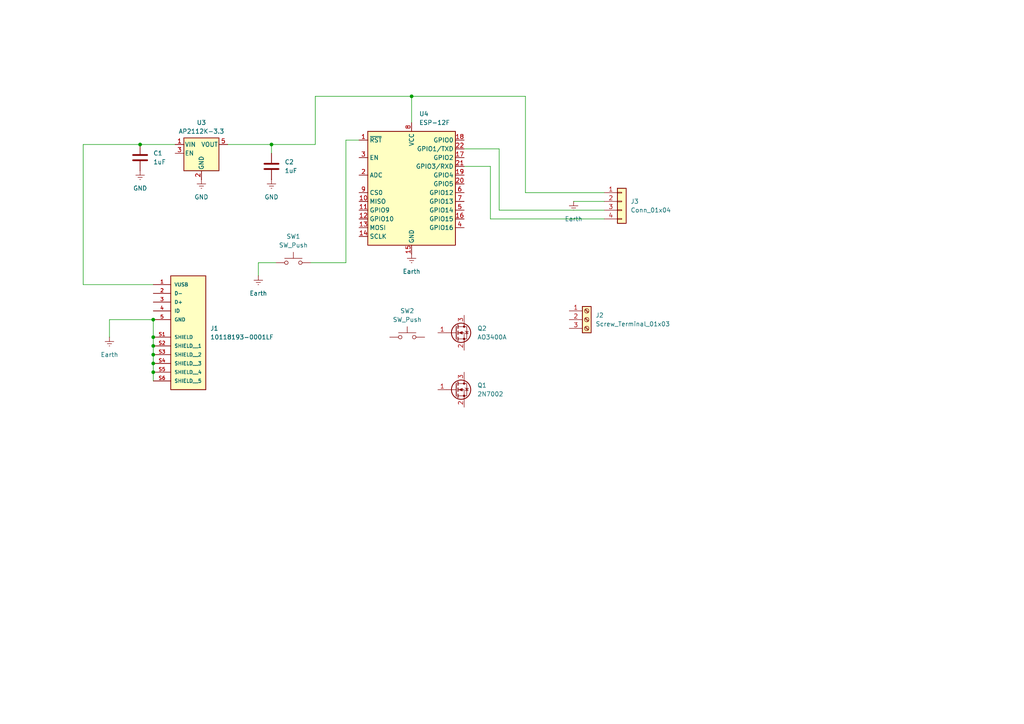
<source format=kicad_sch>
(kicad_sch (version 20231120) (generator "eeschema") (generator_version "8.0")
  (paper "A4")
  (lib_symbols
    (symbol "Connector:Screw_Terminal_01x03" (pin_names (offset 1.016) hide)
      (property "Reference" "J" (at 0 5.08 0))
      (property "Value" "Screw_Terminal_01x03" (at 0 -5.08 0))
      (symbol "Screw_Terminal_01x03_1_1"
        (rectangle (start -1.27 3.81) (end 1.27 -3.81) (stroke (width 0.254)) (fill (type background)))
        (circle (center 0 -2.54) (radius 0.635) (stroke (width 0.1524)))
        (polyline (pts (xy -0.5334 -2.2098) (xy 0.3302 -3.048)) (stroke (width 0.1524)))
        (polyline (pts (xy -0.5334 0.3302) (xy 0.3302 -0.508)) (stroke (width 0.1524)))
        (polyline (pts (xy -0.5334 2.8702) (xy 0.3302 2.032)) (stroke (width 0.1524)))
        (polyline (pts (xy -0.3556 -2.032) (xy 0.508 -2.8702)) (stroke (width 0.1524)))
        (polyline (pts (xy -0.3556 0.508) (xy 0.508 -0.3302)) (stroke (width 0.1524)))
        (polyline (pts (xy -0.3556 3.048) (xy 0.508 2.2098)) (stroke (width 0.1524)))
        (circle (center 0 0) (radius 0.635) (stroke (width 0.1524)))
        (circle (center 0 2.54) (radius 0.635) (stroke (width 0.1524)))
        (pin passive line (at -5.08 2.54 0) (length 3.81) (name "Pin_1") (number "1"))
        (pin passive line (at -5.08 0 0) (length 3.81) (name "Pin_2") (number "2"))
        (pin passive line (at -5.08 -2.54 0) (length 3.81) (name "Pin_3") (number "3"))
      )
    )
    (symbol "Connector_Generic:Conn_01x04" (pin_names (offset 1.016) hide)
      (property "Reference" "J" (at 0 5.08 0))
      (property "Value" "Conn_01x04" (at 0 -7.62 0))
      (symbol "Conn_01x04_1_1"
        (rectangle (start -1.27 -4.953) (end 0 -5.207) (stroke (width 0.1524)))
        (rectangle (start -1.27 -2.413) (end 0 -2.667) (stroke (width 0.1524)))
        (rectangle (start -1.27 0.127) (end 0 -0.127) (stroke (width 0.1524)))
        (rectangle (start -1.27 2.667) (end 0 2.413) (stroke (width 0.1524)))
        (rectangle (start -1.27 3.81) (end 1.27 -6.35) (stroke (width 0.254)) (fill (type background)))
        (pin passive line (at -5.08 2.54 0) (length 3.81) (name "Pin_1") (number "1"))
        (pin passive line (at -5.08 0 0) (length 3.81) (name "Pin_2") (number "2"))
        (pin passive line (at -5.08 -2.54 0) (length 3.81) (name "Pin_3") (number "3"))
        (pin passive line (at -5.08 -5.08 0) (length 3.81) (name "Pin_4") (number "4"))
      )
    )
    (symbol "Device:C" (pin_numbers hide) (pin_names (offset 0.254))
      (property "Reference" "C" (at 0.635 2.54 0))
      (property "Value" "C" (at 0.635 -2.54 0))
      (symbol "C_0_1"
        (polyline (pts (xy -2.032 -0.762) (xy 2.032 -0.762)) (stroke (width 0.508)))
        (polyline (pts (xy -2.032 0.762) (xy 2.032 0.762)) (stroke (width 0.508)))
      )
      (symbol "C_1_1"
        (pin passive line (at 0 3.81 270) (length 2.794) (name "~") (number "1"))
        (pin passive line (at 0 -3.81 90) (length 2.794) (name "~") (number "2"))
      )
    )
    (symbol "RF_Module:ESP-12F"
      (property "Reference" "U" (at -12.7 19.05 0))
      (property "Value" "ESP-12F" (at 12.7 19.05 0))
      (symbol "ESP-12F_0_1"
        (rectangle (start -12.7 17.78) (end 12.7 -15.24) (stroke (width 0.254)) (fill (type background)))
      )
      (symbol "ESP-12F_1_1"
        (pin input line (at -15.24 15.24 0) (length 2.54) (name "~{RST}") (number "1"))
        (pin bidirectional line (at -15.24 -2.54 0) (length 2.54) (name "MISO") (number "10"))
        (pin bidirectional line (at -15.24 -5.08 0) (length 2.54) (name "GPIO9") (number "11"))
        (pin bidirectional line (at -15.24 -7.62 0) (length 2.54) (name "GPIO10") (number "12"))
        (pin bidirectional line (at -15.24 -10.16 0) (length 2.54) (name "MOSI") (number "13"))
        (pin bidirectional line (at -15.24 -12.7 0) (length 2.54) (name "SCLK") (number "14"))
        (pin power_in line (at 0 -17.78 90) (length 2.54) (name "GND") (number "15"))
        (pin bidirectional line (at 15.24 -7.62 180) (length 2.54) (name "GPIO15") (number "16"))
        (pin bidirectional line (at 15.24 10.16 180) (length 2.54) (name "GPIO2") (number "17"))
        (pin bidirectional line (at 15.24 15.24 180) (length 2.54) (name "GPIO0") (number "18"))
        (pin bidirectional line (at 15.24 5.08 180) (length 2.54) (name "GPIO4") (number "19"))
        (pin input line (at -15.24 5.08 0) (length 2.54) (name "ADC") (number "2"))
        (pin bidirectional line (at 15.24 2.54 180) (length 2.54) (name "GPIO5") (number "20"))
        (pin bidirectional line (at 15.24 7.62 180) (length 2.54) (name "GPIO3/RXD") (number "21"))
        (pin bidirectional line (at 15.24 12.7 180) (length 2.54) (name "GPIO1/TXD") (number "22"))
        (pin input line (at -15.24 10.16 0) (length 2.54) (name "EN") (number "3"))
        (pin bidirectional line (at 15.24 -10.16 180) (length 2.54) (name "GPIO16") (number "4"))
        (pin bidirectional line (at 15.24 -5.08 180) (length 2.54) (name "GPIO14") (number "5"))
        (pin bidirectional line (at 15.24 0 180) (length 2.54) (name "GPIO12") (number "6"))
        (pin bidirectional line (at 15.24 -2.54 180) (length 2.54) (name "GPIO13") (number "7"))
        (pin power_in line (at 0 20.32 270) (length 2.54) (name "VCC") (number "8"))
        (pin input line (at -15.24 0 0) (length 2.54) (name "CS0") (number "9"))
      )
    )
    (symbol "Regulator_Linear:AP2112K-3.3" (pin_names (offset 0.254))
      (property "Reference" "U" (at -5.08 5.715 0))
      (property "Value" "AP2112K-3.3" (at 0 5.715 0))
      (symbol "AP2112K-3.3_0_1"
        (rectangle (start -5.08 4.445) (end 5.08 -5.08) (stroke (width 0.254)) (fill (type background)))
      )
      (symbol "AP2112K-3.3_1_1"
        (pin power_in line (at -7.62 2.54 0) (length 2.54) (name "VIN") (number "1"))
        (pin power_in line (at 0 -7.62 90) (length 2.54) (name "GND") (number "2"))
        (pin input line (at -7.62 0 0) (length 2.54) (name "EN") (number "3"))
        (pin no_connect line (at 5.08 0 180) (length 2.54) hide (name "NC") (number "4"))
        (pin power_out line (at 7.62 2.54 180) (length 2.54) (name "VOUT") (number "5"))
      )
    )
    (symbol "Switch:SW_Push" (pin_numbers hide) (pin_names (offset 1.016) hide)
      (property "Reference" "SW" (at 1.27 2.54 0))
      (property "Value" "SW_Push" (at 0 -1.524 0))
      (symbol "SW_Push_0_1"
        (circle (center -2.032 0) (radius 0.508))
        (polyline (pts (xy 0 1.27) (xy 0 3.048)))
        (polyline (pts (xy 2.54 1.27) (xy -2.54 1.27)))
        (circle (center 2.032 0) (radius 0.508))
        (pin passive line (at -5.08 0 0) (length 2.54) (name "1") (number "1"))
        (pin passive line (at 5.08 0 180) (length 2.54) (name "2") (number "2"))
      )
    )
    (symbol "Transistor_FET:2N7002" (pin_names hide)
      (property "Reference" "Q" (at 5.08 1.905 0))
      (property "Value" "2N7002" (at 5.08 0 0))
      (symbol "2N7002_0_1"
        (polyline (pts (xy 0.254 0) (xy -2.54 0)))
        (polyline (pts (xy 0.254 1.905) (xy 0.254 -1.905)) (stroke (width 0.254)))
        (polyline (pts (xy 0.762 -1.27) (xy 0.762 -2.286)) (stroke (width 0.254)))
        (polyline (pts (xy 0.762 0.508) (xy 0.762 -0.508)) (stroke (width 0.254)))
        (polyline (pts (xy 0.762 2.286) (xy 0.762 1.27)) (stroke (width 0.254)))
        (polyline (pts (xy 2.54 2.54) (xy 2.54 1.778)))
        (polyline (pts (xy 2.54 -2.54) (xy 2.54 0) (xy 0.762 0)))
        (polyline (pts (xy 0.762 -1.778) (xy 3.302 -1.778) (xy 3.302 1.778) (xy 0.762 1.778)))
        (polyline (pts (xy 1.016 0) (xy 2.032 0.381) (xy 2.032 -0.381) (xy 1.016 0)) (fill (type outline)))
        (polyline (pts (xy 2.794 0.508) (xy 2.921 0.381) (xy 3.683 0.381) (xy 3.81 0.254)))
        (polyline (pts (xy 3.302 0.381) (xy 2.921 -0.254) (xy 3.683 -0.254) (xy 3.302 0.381)))
        (circle (center 1.651 0) (radius 2.794) (stroke (width 0.254)))
        (circle (center 2.54 -1.778) (radius 0.254) (fill (type outline)))
        (circle (center 2.54 1.778) (radius 0.254) (fill (type outline)))
      )
      (symbol "2N7002_1_1"
        (pin input line (at -5.08 0 0) (length 2.54) (name "G") (number "1"))
        (pin passive line (at 2.54 -5.08 90) (length 2.54) (name "S") (number "2"))
        (pin passive line (at 2.54 5.08 270) (length 2.54) (name "D") (number "3"))
      )
    )
    (symbol "Transistor_FET:AO3400A" (pin_names hide)
      (property "Reference" "Q" (at 5.08 1.905 0))
      (property "Value" "AO3400A" (at 5.08 0 0))
      (symbol "AO3400A_0_1"
        (polyline (pts (xy 0.254 0) (xy -2.54 0)))
        (polyline (pts (xy 0.254 1.905) (xy 0.254 -1.905)) (stroke (width 0.254)))
        (polyline (pts (xy 0.762 -1.27) (xy 0.762 -2.286)) (stroke (width 0.254)))
        (polyline (pts (xy 0.762 0.508) (xy 0.762 -0.508)) (stroke (width 0.254)))
        (polyline (pts (xy 0.762 2.286) (xy 0.762 1.27)) (stroke (width 0.254)))
        (polyline (pts (xy 2.54 2.54) (xy 2.54 1.778)))
        (polyline (pts (xy 2.54 -2.54) (xy 2.54 0) (xy 0.762 0)))
        (polyline (pts (xy 0.762 -1.778) (xy 3.302 -1.778) (xy 3.302 1.778) (xy 0.762 1.778)))
        (polyline (pts (xy 1.016 0) (xy 2.032 0.381) (xy 2.032 -0.381) (xy 1.016 0)) (fill (type outline)))
        (polyline (pts (xy 2.794 0.508) (xy 2.921 0.381) (xy 3.683 0.381) (xy 3.81 0.254)))
        (polyline (pts (xy 3.302 0.381) (xy 2.921 -0.254) (xy 3.683 -0.254) (xy 3.302 0.381)))
        (circle (center 1.651 0) (radius 2.794) (stroke (width 0.254)))
        (circle (center 2.54 -1.778) (radius 0.254) (fill (type outline)))
        (circle (center 2.54 1.778) (radius 0.254) (fill (type outline)))
      )
      (symbol "AO3400A_1_1"
        (pin input line (at -5.08 0 0) (length 2.54) (name "G") (number "1"))
        (pin passive line (at 2.54 -5.08 90) (length 2.54) (name "S") (number "2"))
        (pin passive line (at 2.54 5.08 270) (length 2.54) (name "D") (number "3"))
      )
    )
    (symbol "asdf:10118193-0001LF" (pin_names (offset 1.016))
      (property "Reference" "J" (at -5.0817 10.9286 0))
      (property "Value" "10118193-0001LF" (at -5.0819 -25.4097 0))
      (symbol "10118193-0001LF_0_0"
        (rectangle (start -5.08 -22.86) (end 5.08 10.16) (stroke (width 0.254)) (fill (type background)))
        (pin passive line (at -10.16 7.62 0) (length 5.08) (name "VUSB") (number "1"))
        (pin passive line (at -10.16 5.08 0) (length 5.08) (name "D-") (number "2"))
        (pin passive line (at -10.16 2.54 0) (length 5.08) (name "D+") (number "3"))
        (pin passive line (at -10.16 0 0) (length 5.08) (name "ID") (number "4"))
        (pin passive line (at -10.16 -2.54 0) (length 5.08) (name "GND") (number "5"))
        (pin passive line (at -10.16 -7.62 0) (length 5.08) (name "SHIELD") (number "S1"))
        (pin passive line (at -10.16 -10.16 0) (length 5.08) (name "SHIELD__1") (number "S2"))
        (pin passive line (at -10.16 -12.7 0) (length 5.08) (name "SHIELD__2") (number "S3"))
        (pin passive line (at -10.16 -15.24 0) (length 5.08) (name "SHIELD__3") (number "S4"))
        (pin passive line (at -10.16 -17.78 0) (length 5.08) (name "SHIELD__4") (number "S5"))
        (pin passive line (at -10.16 -20.32 0) (length 5.08) (name "SHIELD__5") (number "S6"))
      )
    )
    (symbol "power:Earth" (power) (pin_numbers hide) (pin_names (offset 0) hide)
      (property "Value" "Earth" (at 0 -3.81 0))
      (symbol "Earth_0_1"
        (polyline (pts (xy -0.635 -1.905) (xy 0.635 -1.905)))
        (polyline (pts (xy -0.127 -2.54) (xy 0.127 -2.54)))
        (polyline (pts (xy 0 -1.27) (xy 0 0)))
        (polyline (pts (xy 1.27 -1.27) (xy -1.27 -1.27)))
      )
      (symbol "Earth_1_1"
        (pin power_in line (at 0 0 270) (length 0) (name "~") (number "1"))
      )
    )
  )
  (junction (at 40.64 41.91))
  (junction (at 44.45 105.41))
  (junction (at 44.45 97.79))
  (junction (at 44.45 107.95))
  (junction (at 44.45 100.33))
  (junction (at 119.38 27.94))
  (junction (at 44.45 102.87))
  (junction (at 78.74 41.91))
  (junction (at 44.45 92.71))
  (wire (pts (xy 44.45 105.41) (xy 44.45 107.95)))
  (wire (pts (xy 44.45 82.55) (xy 24.13 82.55)))
  (wire (pts (xy 100.33 40.64) (xy 100.33 76.2)))
  (wire (pts (xy 91.44 27.94) (xy 119.38 27.94)))
  (wire (pts (xy 24.13 41.91) (xy 40.64 41.91)))
  (wire (pts (xy 152.4 27.94) (xy 152.4 55.88)))
  (wire (pts (xy 80.01 76.2) (xy 74.93 76.2)))
  (wire (pts (xy 142.24 48.26) (xy 142.24 63.5)))
  (wire (pts (xy 144.78 60.96) (xy 175.26 60.96)))
  (wire (pts (xy 142.24 63.5) (xy 175.26 63.5)))
  (wire (pts (xy 119.38 27.94) (xy 119.38 35.56)))
  (wire (pts (xy 44.45 97.79) (xy 44.45 100.33)))
  (wire (pts (xy 144.78 43.18) (xy 134.62 43.18)))
  (wire (pts (xy 142.24 48.26) (xy 134.62 48.26)))
  (wire (pts (xy 74.93 76.2) (xy 74.93 80.01)))
  (wire (pts (xy 44.45 107.95) (xy 44.45 110.49)))
  (wire (pts (xy 78.74 41.91) (xy 78.74 44.45)))
  (wire (pts (xy 119.38 27.94) (xy 152.4 27.94)))
  (wire (pts (xy 100.33 76.2) (xy 90.17 76.2)))
  (wire (pts (xy 144.78 43.18) (xy 144.78 60.96)))
  (wire (pts (xy 78.74 41.91) (xy 91.44 41.91)))
  (wire (pts (xy 44.45 102.87) (xy 44.45 105.41)))
  (wire (pts (xy 152.4 55.88) (xy 175.26 55.88)))
  (wire (pts (xy 40.64 41.91) (xy 50.8 41.91)))
  (wire (pts (xy 44.45 92.71) (xy 44.45 97.79)))
  (wire (pts (xy 44.45 92.71) (xy 31.75 92.71)))
  (wire (pts (xy 31.75 92.71) (xy 31.75 97.79)))
  (wire (pts (xy 166.37 58.42) (xy 175.26 58.42)))
  (wire (pts (xy 91.44 41.91) (xy 91.44 27.94)))
  (wire (pts (xy 44.45 100.33) (xy 44.45 102.87)))
  (wire (pts (xy 100.33 40.64) (xy 104.14 40.64)))
  (wire (pts (xy 24.13 82.55) (xy 24.13 41.91)))
  (wire (pts (xy 66.04 41.91) (xy 78.74 41.91)))
  (symbol (lib_id "Connector_Generic:Conn_01x04") (at 180.34 58.42 0) (unit 1)
    (property "Reference" "J3" (at 182.88 58.4199 0) (effects (justify left)))
    (property "Value" "Conn_01x04" (at 182.88 60.9599 0) (effects (justify left)))
    (property "Description" "Generic connector, single row, 01x04, script generated (kicad-library-utils/schlib/autogen/connector/)" (effects (hide yes)))
  )
  (symbol (lib_id "Device:C") (at 78.74 48.26 0) (unit 1)
    (property "Reference" "C2" (at 82.55 46.9899 0) (effects (justify left)))
    (property "Value" "1uF" (at 82.55 49.5299 0) (effects (justify left)))
    (property "Footprint" "Capacitor_SMD:C_0805_2012Metric" (effects (hide yes)))
    (property "Description" "Unpolarized capacitor" (effects (hide yes)))
  )
  (symbol (lib_id "Switch:SW_Push") (at 118.11 97.79 0) (unit 1)
    (property "Reference" "SW2" (at 118.11 90.17 0))
    (property "Value" "SW_Push" (at 118.11 92.71 0))
    (property "Description" "Push button switch, generic, two pins" (effects (hide yes)))
  )
  (symbol (lib_id "asdf:10118193-0001LF") (at 54.61 90.17 0) (unit 1)
    (property "Reference" "J1" (at 60.96 95.2499 0) (effects (justify left)))
    (property "Value" "10118193-0001LF" (at 60.96 97.7899 0) (effects (justify left)))
    (property "Footprint" "10118193-0001LF:AMPHENOL_10118193-0001LF" (effects (hide yes)))
    (property "PARTREV" "E" (effects (hide yes)))
    (property "MANUFACTURER" "Amphenol FCI" (effects (hide yes)))
    (property "MAXIMUM_PACKAGE_HEIGHT" "2.55 mm" (effects (hide yes)))
    (property "STANDARD" "Manufacturer Recommendations" (effects (hide yes)))
  )
  (symbol (lib_id "power:Earth") (at 40.64 49.53 0) (unit 1)
    (property "Reference" "#PWR01" (effects (hide yes)))
    (property "Value" "GND" (at 40.64 54.61 0))
    (property "Description" "Power symbol creates a global label with name \"Earth\"" (effects (hide yes)))
  )
  (symbol (lib_id "power:Earth") (at 166.37 58.42 0) (unit 1)
    (property "Reference" "#PWR05" (effects (hide yes)))
    (property "Value" "Earth" (at 166.37 63.5 0))
    (property "Description" "Power symbol creates a global label with name \"Earth\"" (effects (hide yes)))
  )
  (symbol (lib_id "power:Earth") (at 58.42 52.07 0) (unit 1)
    (property "Reference" "#PWR03" (effects (hide yes)))
    (property "Value" "GND" (at 58.42 57.15 0))
    (property "Description" "Power symbol creates a global label with name \"Earth\"" (effects (hide yes)))
  )
  (symbol (lib_id "RF_Module:ESP-12F") (at 119.38 55.88 0) (unit 1)
    (property "Reference" "U4" (at 121.5741 33.02 0) (effects (justify left)))
    (property "Value" "ESP-12F" (at 121.5741 35.56 0) (effects (justify left)))
    (property "Footprint" "RF_Module:ESP-12E" (effects (hide yes)))
    (property "Datasheet" "http://wiki.ai-thinker.com/_media/esp8266/esp8266_series_modules_user_manual_v1.1.pdf" (effects (hide yes)))
    (property "Description" "802.11 b/g/n Wi-Fi Module" (effects (hide yes)))
  )
  (symbol (lib_id "Transistor_FET:2N7002") (at 132.08 113.03 0) (unit 1)
    (property "Reference" "Q1" (at 138.43 111.7599 0) (effects (justify left)))
    (property "Value" "2N7002" (at 138.43 114.2999 0) (effects (justify left)))
    (property "Footprint" "Package_TO_SOT_SMD:SOT-23" (effects (hide yes)))
    (property "Datasheet" "https://www.onsemi.com/pub/Collateral/NDS7002A-D.PDF" (effects (hide yes)))
    (property "Description" "0.115A Id, 60V Vds, N-Channel MOSFET, SOT-23" (effects (hide yes)))
  )
  (symbol (lib_id "Device:C") (at 40.64 45.72 0) (unit 1)
    (property "Reference" "C1" (at 44.45 44.4499 0) (effects (justify left)))
    (property "Value" "1uF" (at 44.45 46.9899 0) (effects (justify left)))
    (property "Footprint" "Capacitor_SMD:C_0805_2012Metric" (effects (hide yes)))
    (property "Description" "Unpolarized capacitor" (effects (hide yes)))
  )
  (symbol (lib_id "power:Earth") (at 31.75 97.79 0) (unit 1)
    (property "Reference" "#PWR07" (effects (hide yes)))
    (property "Value" "Earth" (at 31.75 102.87 0))
    (property "Description" "Power symbol creates a global label with name \"Earth\"" (effects (hide yes)))
  )
  (symbol (lib_id "power:Earth") (at 74.93 80.01 0) (unit 1)
    (property "Reference" "#PWR06" (effects (hide yes)))
    (property "Value" "Earth" (at 74.93 85.09 0))
    (property "Description" "Power symbol creates a global label with name \"Earth\"" (effects (hide yes)))
  )
  (symbol (lib_id "Switch:SW_Push") (at 85.09 76.2 0) (unit 1)
    (property "Reference" "SW1" (at 85.09 68.58 0))
    (property "Value" "SW_Push" (at 85.09 71.12 0))
    (property "Description" "Push button switch, generic, two pins" (effects (hide yes)))
  )
  (symbol (lib_id "power:Earth") (at 119.38 73.66 0) (unit 1)
    (property "Reference" "#PWR04" (effects (hide yes)))
    (property "Value" "Earth" (at 119.38 78.74 0))
    (property "Description" "Power symbol creates a global label with name \"Earth\"" (effects (hide yes)))
  )
  (symbol (lib_id "power:Earth") (at 78.74 52.07 0) (unit 1)
    (property "Reference" "#PWR02" (effects (hide yes)))
    (property "Value" "GND" (at 78.74 57.15 0))
    (property "Description" "Power symbol creates a global label with name \"Earth\"" (effects (hide yes)))
  )
  (symbol (lib_id "Regulator_Linear:AP2112K-3.3") (at 58.42 44.45 0) (unit 1)
    (property "Reference" "U3" (at 58.42 35.56 0))
    (property "Value" "AP2112K-3.3" (at 58.42 38.1 0))
    (property "Footprint" "Package_TO_SOT_SMD:SOT-23-5" (effects (hide yes)))
    (property "Datasheet" "https://www.diodes.com/assets/Datasheets/AP2112.pdf" (effects (hide yes)))
    (property "Description" "600mA low dropout linear regulator, with enable pin, 3.8V-6V input voltage range, 3.3V fixed positive output, SOT-23-5" (effects (hide yes)))
  )
  (symbol (lib_id "Connector:Screw_Terminal_01x03") (at 170.18 92.71 0) (unit 1)
    (property "Reference" "J2" (at 172.72 91.4399 0) (effects (justify left)))
    (property "Value" "Screw_Terminal_01x03" (at 172.72 93.9799 0) (effects (justify left)))
    (property "Description" "Generic screw terminal, single row, 01x03, script generated (kicad-library-utils/schlib/autogen/connector/)" (effects (hide yes)))
  )
  (symbol (lib_id "Transistor_FET:AO3400A") (at 132.08 96.52 0) (unit 1)
    (property "Reference" "Q2" (at 138.43 95.2499 0) (effects (justify left)))
    (property "Value" "AO3400A" (at 138.43 97.7899 0) (effects (justify left)))
    (property "Footprint" "Package_TO_SOT_SMD:SOT-23" (effects (hide yes)))
    (property "Datasheet" "http://www.aosmd.com/pdfs/datasheet/AO3400A.pdf" (effects (hide yes)))
    (property "Description" "30V Vds, 5.7A Id, N-Channel MOSFET, SOT-23" (effects (hide yes)))
  )
)
</source>
